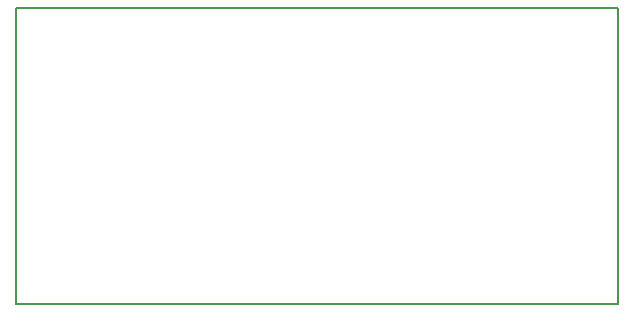
<source format=gbr>
G04 #@! TF.FileFunction,Profile,NP*
%FSLAX46Y46*%
G04 Gerber Fmt 4.6, Leading zero omitted, Abs format (unit mm)*
G04 Created by KiCad (PCBNEW 4.0.4-stable) date 12/15/16 17:08:41*
%MOMM*%
%LPD*%
G01*
G04 APERTURE LIST*
%ADD10C,0.100000*%
%ADD11C,0.150000*%
G04 APERTURE END LIST*
D10*
D11*
X-500000Y-34500000D02*
X-500000Y-9500000D01*
X50500000Y-34500000D02*
X50500000Y-9500000D01*
X-500000Y-34500000D02*
X50500000Y-34500000D01*
X50500000Y-9500000D02*
X-500000Y-9500000D01*
M02*

</source>
